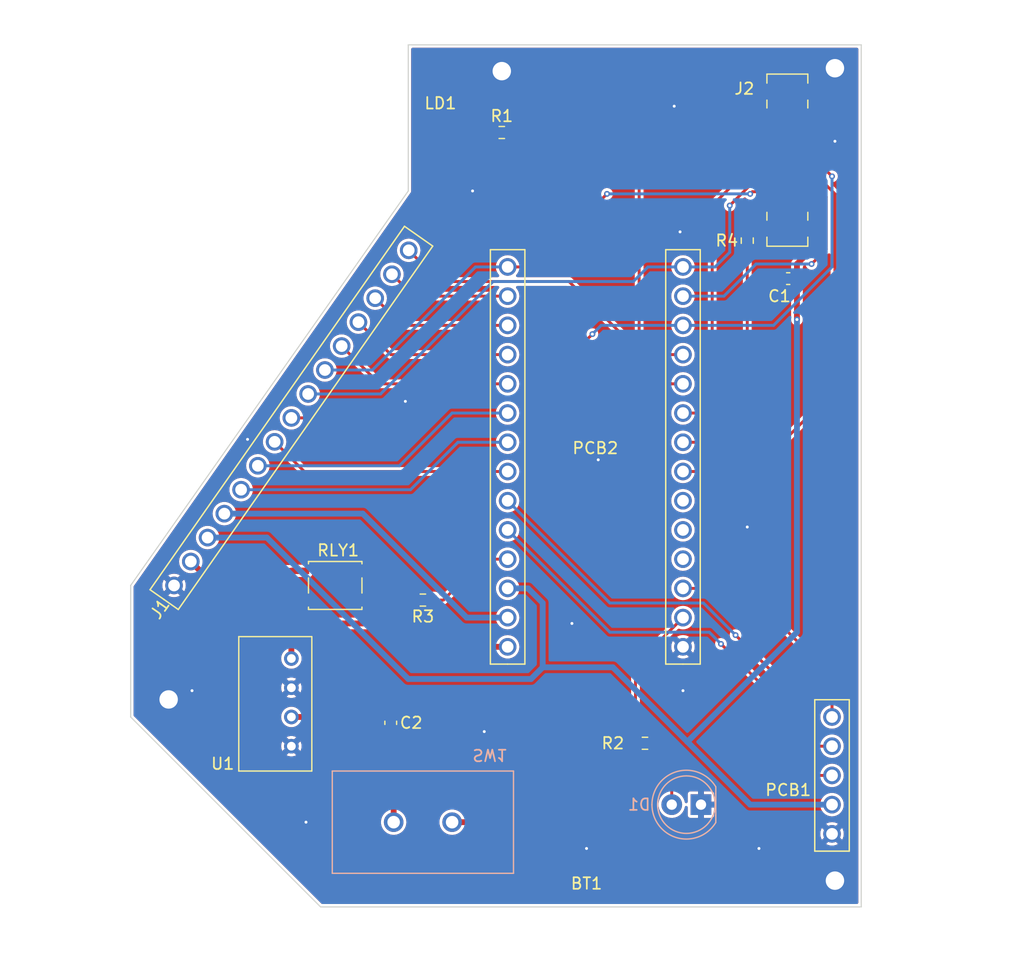
<source format=kicad_pcb>
(kicad_pcb (version 20211014) (generator pcbnew)
  (layers (0 "F.Cu" signal) (31 "B.Cu" signal) (34 "B.Paste" user) (35 "F.Paste" user) (36 "B.SilkS" user "B.Silkscreen") (37 "F.SilkS" user "F.Silkscreen") (38 "B.Mask" user) (39 "F.Mask" user) (44 "Edge.Cuts" user))
  (net 0 "")
  (net 1 "Net-(R3-Pad2)")
  (net 2 "/GND")
  (net 3 "/VDD_5V")
  (net 4 "/5V")
  (net 5 "/3.3_V")
  (net 6 "Net-(J2-Pad2)")
  (net 7 "/SCL")
  (net 8 "/MOSI")
  (net 9 "/MISO")
  (net 10 "/TFT_DATA")
  (net 11 "/TFT_Reset")
  (net 12 "/CS")
  (net 13 "/LD")
  (net 14 "Net-(D1-Pad2)")
  (net 15 "/Status_LED")
  (net 16 "/5V_CTL")
  (net 17 "/Backlight")
  (net 18 "Net-(BT1-Pad1)")
  (net 19 "Net-(C2-Pad2)")
  (net 20 "/Joy_Btn")
  (net 21 "/PWR_DOWN")
  (net 22 "/CLR_DATA")
  (net 23 "/DATA_RDY")
  (net 24 "/CLR_PIX")
  (net 25 "/SHUTTER")
  (net 26 "/SDATA")
  (net 27 "/SCLK")
  (net 28 "/READ")
  (net 29 "/Y_Pos")
  (net 30 "/X_Pos")
  (net 31 "/AGND")
  (net 32 "Net-(LD1-Pad1)")
  (footprint "HRS:C_0603_1608Metric" (layer "F.Cu") (at 124.206 121.158 -90)
    (fp_text reference "C2" (at 0 -1.778 180) (layer "F.SilkS"))
    (fp_text value "2.2uF")
    (fp_line (start -0.14058 0.51) (end 0.14058 0.51) (layer "F.SilkS") (width 0.12))
    (fp_line (start -0.14058 -0.51) (end 0.14058 -0.51) (layer "F.SilkS") (width 0.12))
    (pad "1" smd roundrect (at -0.775 0 270) (size 0.9 0.95) (layers "F.Cu" "F.Paste" "F.Mask") (net 2 "/GND"))
    (pad "2" smd roundrect (at 0.775 0 270) (size 0.9 0.95) (layers "F.Cu" "F.Paste" "F.Mask") (net 19 "Net-(C2-Pad2)"))
  )
  (footprint "HRS:MountingHole_1.6mm" (layer "F.Cu") (at 104.902 119.126)
    (fp_text reference "REF**")
    (fp_text value "MountingHole_1.6mm")
    (pad "" np_thru_hole circle (at 0 0) (size 1.6 1.6) (drill 1.6) (layers F&B.Cu *.Mask))
  )
  (footprint "HRS:TFT_Conn" (layer "F.Cu") (at 157.48 72.39 -90)
    (fp_text reference "J2" (at -6.35 2.54 180) (layer "F.SilkS"))
    (fp_text value "TFT_Conn")
    (fp_line (start -7.617065 -2.978001) (end -7.617065 0.577999) (layer "F.SilkS") (width 0.12))
    (fp_line (start 5.08 -2.978001) (end 4.399174 -2.978001) (layer "F.SilkS") (width 0.12))
    (fp_line (start 7.343535 0.577999) (end 7.343535 -2.978001) (layer "F.SilkS") (width 0.12))
    (fp_line (start -6.8326 -2.978001) (end -7.617065 -2.978001) (layer "F.SilkS") (width 0.12))
    (fp_line (start -4.672705 -2.978001) (end -5.35353 -2.978001) (layer "F.SilkS") (width 0.12))
    (fp_line (start -7.617065 0.577999) (end -6.8326 0.577999) (layer "F.SilkS") (width 0.12))
    (fp_line (start -5.35353 0.577999) (end -4.672705 0.577999) (layer "F.SilkS") (width 0.12))
    (fp_line (start 6.55907 0.577999) (end 7.343535 0.577999) (layer "F.SilkS") (width 0.12))
    (fp_line (start 7.343535 -2.978001) (end 6.55907 -2.978001) (layer "F.SilkS") (width 0.12))
    (fp_line (start 4.399174 0.577999) (end 5.08 0.577999) (layer "F.SilkS") (width 0.12))
    (pad "1" smd rect (at 4.117234 -2.400001 270) (size 0.4064 1.6002) (layers "F.Cu" "F.Paste" "F.Mask") (net 5 "/3.3_V"))
    (pad "2" smd rect (at 3.609234 0 270) (size 0.4064 1.6002) (layers "F.Cu" "F.Paste" "F.Mask") (net 6 "Net-(J2-Pad2)"))
    (pad "3" smd rect (at 3.117234 -2.400001 270) (size 0.4064 1.6002) (layers "F.Cu" "F.Paste" "F.Mask") (net 2 "/GND"))
    (pad "4" smd rect (at 2.609234 0 270) (size 0.4064 1.6002) (layers "F.Cu" "F.Paste" "F.Mask") (net 7 "/SCL"))
    (pad "5" smd rect (at 2.117236 -2.400001 270) (size 0.4064 1.6002) (layers "F.Cu" "F.Paste" "F.Mask") (net 8 "/MOSI"))
    (pad "6" smd rect (at 1.609236 0 270) (size 0.4064 1.6002) (layers "F.Cu" "F.Paste" "F.Mask") (net 9 "/MISO"))
    (pad "7" smd rect (at 1.117235 -2.400001 270) (size 0.4064 1.6002) (layers "F.Cu" "F.Paste" "F.Mask") (net 10 "/TFT_DATA"))
    (pad "8" smd rect (at 0.609235 0 270) (size 0.4064 1.6002) (layers "F.Cu" "F.Paste" "F.Mask") (net 11 "/TFT_Reset"))
    (pad "9" smd rect (at 0.117235 -2.400001 270) (size 0.4064 1.6002) (layers "F.Cu" "F.Paste" "F.Mask") (net 12 "/CS"))
    (pad "10" smd rect (at -0.390765 0 270) (size 0.4064 1.6002) (layers "F.Cu" "F.Paste" "F.Mask"))
    (pad "11" smd rect (at -0.882766 -2.400001 270) (size 0.4064 1.6002) (layers "F.Cu" "F.Paste" "F.Mask"))
    (pad "12" smd rect (at -1.390766 0 270) (size 0.4064 1.6002) (layers "F.Cu" "F.Paste" "F.Mask"))
    (pad "13" smd rect (at -1.882766 -2.400001 270) (size 0.4064 1.6002) (layers "F.Cu" "F.Paste" "F.Mask"))
    (pad "14" smd rect (at -2.390766 0 270) (size 0.4064 1.6002) (layers "F.Cu" "F.Paste" "F.Mask"))
    (pad "15" smd rect (at -2.882764 -2.400001 270) (size 0.4064 1.6002) (layers "F.Cu" "F.Paste" "F.Mask"))
    (pad "16" smd rect (at -3.390764 0 270) (size 0.4064 1.6002) (layers "F.Cu" "F.Paste" "F.Mask"))
    (pad "17" smd rect (at -3.882765 -2.400001 270) (size 0.4064 1.6002) (layers "F.Cu" "F.Paste" "F.Mask"))
    (pad "18" smd rect (at -4.390765 0 270) (size 0.4064 1.6002) (layers "F.Cu" "F.Paste" "F.Mask"))
    (pad "19" smd rect (at -6.093065 -1.200001 270) (size 1.397 2.8956) (layers "F.Cu" "F.Paste" "F.Mask"))
    (pad "20" smd rect (at 5.819535 -1.200001 270) (size 1.397 2.8956) (layers "F.Cu" "F.Paste" "F.Mask"))
  )
  (footprint "HRS:BAT&LD" (layer "F.Cu") (at 128.27 67.31 90)
    (fp_text reference "LD1" (at 0 0.254 unlocked) (layer "F.SilkS"))
    (fp_text value "1054_LD")
    (pad "1" smd roundrect (at -2.54 0 180) (size 2.55 1.7) (layers "F.Cu" "F.Paste" "F.Mask") (net 32 "Net-(LD1-Pad1)"))
    (pad "2" smd roundrect (at 2.54 0 180) (size 2.55 1.7) (layers "F.Cu" "F.Paste" "F.Mask") (net 2 "/GND"))
  )
  (footprint "HRS:LED_D5.0mm" (layer "F.Cu") (at 149.86 128.27)
    (fp_text reference "D1" (at -4.064 0) (layer "B.SilkS") (effects (justify mirror)))
    (fp_text value "LED")
    (fp_line (start 2.6 -1.545) (end 2.6 1.545) (layer "B.SilkS") (width 0.12))
    (fp_arc (start -2.95 0.000462) (mid -0.762002 -2.880433) (end 2.6 -1.54483) (layer "B.SilkS") (width 0.12))
    (fp_arc (start 2.6 1.54483) (mid -0.762002 2.880433) (end -2.95 -0.000462) (layer "B.SilkS") (width 0.12))
    (fp_circle (center 0.04 0) (end -2.46 0) (layer "B.SilkS") (width 0.12) (fill none))
    (pad "1" thru_hole rect (at 1.31 0) (size 1.8 1.8) (drill 0.9) (layers *.Cu *.Mask) (net 2 "/GND"))
    (pad "2" thru_hole circle (at -1.23 0) (size 1.8 1.8) (drill 0.9) (layers *.Cu *.Mask) (net 14 "Net-(D1-Pad2)"))
  )
  (footprint "HRS:TLP174" (layer "F.Cu") (at 119.38 109.22 180)
    (fp_text reference "RLY1" (at -0.254 3.048) (layer "F.SilkS"))
    (fp_text value "TLP174")
    (fp_line (start 2.3241 0.65786) (end 2.3241 -0.65786) (layer "F.SilkS") (width 0.12))
    (fp_line (start -2.3241 -2.0828) (end -2.3241 -1.88214) (layer "F.SilkS") (width 0.12))
    (fp_line (start -2.3241 1.88214) (end -2.3241 2.0828) (layer "F.SilkS") (width 0.12))
    (fp_line (start -2.3241 2.0828) (end 2.3241 2.0828) (layer "F.SilkS") (width 0.12))
    (fp_line (start -2.3241 -0.65786) (end -2.3241 0.65786) (layer "F.SilkS") (width 0.12))
    (fp_line (start 2.3241 -2.0828) (end -2.3241 -2.0828) (layer "F.SilkS") (width 0.12))
    (fp_line (start 2.3241 2.0828) (end 2.3241 1.88214) (layer "F.SilkS") (width 0.12))
    (fp_line (start 2.3241 -1.88214) (end 2.3241 -2.0828) (layer "F.SilkS") (width 0.12))
    (pad "1" smd rect (at -3.0607 -1.27 180) (size 1.6002 0.5588) (layers "F.Cu" "F.Paste" "F.Mask") (net 1 "Net-(R3-Pad2)"))
    (pad "2" smd rect (at -3.0607 1.27 180) (size 1.6002 0.5588) (layers "F.Cu" "F.Paste" "F.Mask") (net 2 "/GND"))
    (pad "3" smd rect (at 3.0607 1.27 180) (size 1.6002 0.5588) (layers "F.Cu" "F.Paste" "F.Mask") (net 3 "/VDD_5V"))
    (pad "4" smd rect (at 3.0607 -1.27 180) (size 1.6002 0.5588) (layers "F.Cu" "F.Paste" "F.Mask") (net 4 "/5V"))
  )
  (footprint "HRS:R_0603_1608Metric" (layer "F.Cu") (at 146.304 122.936 180)
    (fp_text reference "R2" (at 2.794 0) (layer "F.SilkS"))
    (fp_text value "470")
    (fp_line (start -0.237258 -0.5225) (end 0.237258 -0.5225) (layer "F.SilkS") (width 0.12))
    (fp_line (start -0.237258 0.5225) (end 0.237258 0.5225) (layer "F.SilkS") (width 0.12))
    (pad "1" smd roundrect (at -0.825 0 180) (size 0.8 0.95) (layers "F.Cu" "F.Paste" "F.Mask") (net 14 "Net-(D1-Pad2)"))
    (pad "2" smd roundrect (at 0.825 0 180) (size 0.8 0.95) (layers "F.Cu" "F.Paste" "F.Mask") (net 15 "/Status_LED"))
  )
  (footprint "HRS:MountingHole_1.6mm" (layer "F.Cu") (at 133.858 64.516)
    (fp_text reference "REF**")
    (fp_text value "MountingHole_1.6mm")
    (pad "" np_thru_hole circle (at 0 0) (size 1.6 1.6) (drill 1.6) (layers F&B.Cu *.Mask))
  )
  (footprint "HRS:R_0603_1608Metric" (layer "F.Cu") (at 133.858 69.85)
    (fp_text reference "R1" (at 0 -1.43) (layer "F.SilkS"))
    (fp_text value "470")
    (fp_line (start -0.237258 0.5225) (end 0.237258 0.5225) (layer "F.SilkS") (width 0.12))
    (fp_line (start -0.237258 -0.5225) (end 0.237258 -0.5225) (layer "F.SilkS") (width 0.12))
    (pad "1" smd roundrect (at -0.825 0) (size 0.8 0.95) (layers "F.Cu" "F.Paste" "F.Mask") (net 32 "Net-(LD1-Pad1)"))
    (pad "2" smd roundrect (at 0.825 0) (size 0.8 0.95) (layers "F.Cu" "F.Paste" "F.Mask") (net 13 "/LD"))
  )
  (footprint "HRS:R_0603_1608Metric" (layer "F.Cu") (at 127 110.49 180)
    (fp_text reference "R3" (at 0 -1.43) (layer "F.SilkS"))
    (fp_text value "470")
    (fp_line (start -0.237258 0.5225) (end 0.237258 0.5225) (layer "F.SilkS") (width 0.12))
    (fp_line (start -0.237258 -0.5225) (end 0.237258 -0.5225) (layer "F.SilkS") (width 0.12))
    (pad "1" smd roundrect (at -0.825 0 180) (size 0.8 0.95) (layers "F.Cu" "F.Paste" "F.Mask") (net 16 "/5V_CTL"))
    (pad "2" smd roundrect (at 0.825 0 180) (size 0.8 0.95) (layers "F.Cu" "F.Paste" "F.Mask") (net 1 "Net-(R3-Pad2)"))
  )
  (footprint "HRS:Teensy Headers" (layer "F.Cu") (at 149.606 114.554 90)
    (fp_text reference "PCB2" (at 17.272 -7.62 180) (layer "F.SilkS") (effects (font (size 1.002992 1.002992))))
    (fp_text value "Teensy_4.0")
    (fp_line (start -1.5 -15.24) (end -1.5 -15.25) (layer "F.SilkS") (width 0.127))
    (fp_line (start 34.52 1.5) (end -1.5 1.5) (layer "F.SilkS") (width 0.127))
    (fp_line (start -1.5 -13.74) (end -1.5 -16.74) (layer "F.SilkS") (width 0.127))
    (fp_line (start 34.52 -16.74) (end 34.52 -13.74) (layer "F.SilkS") (width 0.127))
    (fp_line (start -1.5 1.5) (end -1.5 -1.5) (layer "F.SilkS") (width 0.127))
    (fp_line (start 34.52 -1.5) (end 34.52 1.5) (layer "F.SilkS") (width 0.127))
    (fp_line (start 34.52 -13.74) (end -1.5 -13.74) (layer "F.SilkS") (width 0.127))
    (fp_line (start -1.5 -16.74) (end 34.52 -16.74) (layer "F.SilkS") (width 0.127))
    (fp_line (start -1.5 0) (end -1.5 -0.01) (layer "F.SilkS") (width 0.127))
    (fp_line (start -1.5 -1.5) (end 34.52 -1.5) (layer "F.SilkS") (width 0.127))
    (pad "0" thru_hole circle (at 2.54 0 90) (size 1.53 1.53) (drill 1.02) (layers *.Cu *.Mask) (net 15 "/Status_LED"))
    (pad "1" thru_hole circle (at 5.08 0 90) (size 1.53 1.53) (drill 1.02) (layers *.Cu *.Mask) (net 20 "/Joy_Btn"))
    (pad "2" thru_hole circle (at 7.62 0 90) (size 1.53 1.53) (drill 1.02) (layers *.Cu *.Mask))
    (pad "3" thru_hole circle (at 10.16 0 90) (size 1.53 1.53) (drill 1.02) (layers *.Cu *.Mask))
    (pad "3V" thru_hole circle (at 5.08 -15.24 90) (size 1.53 1.53) (drill 1.02) (layers *.Cu *.Mask) (net 5 "/3.3_V"))
    (pad "4" thru_hole circle (at 12.7 0 90) (size 1.53 1.53) (drill 1.02) (layers *.Cu *.Mask))
    (pad "5" thru_hole circle (at 15.24 0 90) (size 1.53 1.53) (drill 1.02) (layers *.Cu *.Mask) (net 10 "/TFT_DATA"))
    (pad "5V" thru_hole circle (at 0 -15.24 90) (size 1.53 1.53) (drill 1.02) (layers *.Cu *.Mask) (net 4 "/5V"))
    (pad "6" thru_hole circle (at 17.78 0 90) (size 1.53 1.53) (drill 1.02) (layers *.Cu *.Mask) (net 17 "/Backlight"))
    (pad "7" thru_hole circle (at 20.32 0 90) (size 1.53 1.53) (drill 1.02) (layers *.Cu *.Mask) (net 11 "/TFT_Reset"))
    (pad "8" thru_hole circle (at 22.86 0 90) (size 1.53 1.53) (drill 1.02) (layers *.Cu *.Mask) (net 21 "/PWR_DOWN"))
    (pad "9" thru_hole circle (at 25.4 0 90) (size 1.53 1.53) (drill 1.02) (layers *.Cu *.Mask) (net 13 "/LD"))
    (pad "10" thru_hole circle (at 27.94 0 90) (size 1.53 1.53) (drill 1.02) (layers *.Cu *.Mask) (net 12 "/CS"))
    (pad "11" thru_hole circle (at 30.48 0 90) (size 1.53 1.53) (drill 1.02) (layers *.Cu *.Mask) (net 8 "/MOSI"))
    (pad "12" thru_hole circle (at 33.02 0 90) (size 1.53 1.53) (drill 1.02) (layers *.Cu *.Mask) (net 9 "/MISO"))
    (pad "13" thru_hole circle (at 33.02 -15.24 90) (size 1.53 1.53) (drill 1.02) (layers *.Cu *.Mask) (net 7 "/SCL"))
    (pad "14" thru_hole circle (at 30.48 -15.24 90) (size 1.53 1.53) (drill 1.02) (layers *.Cu *.Mask) (net 22 "/CLR_DATA"))
    (pad "15" thru_hole circle (at 27.94 -15.24 90) (size 1.53 1.53) (drill 1.02) (layers *.Cu *.Mask) (net 23 "/DATA_RDY"))
    (pad "16" thru_hole circle (at 25.4 -15.24 90) (size 1.53 1.53) (drill 1.02) (layers *.Cu *.Mask) (net 24 "/CLR_PIX"))
    (pad "17" thru_hole circle (at 22.86 -15.24 90) (size 1.53 1.53) (drill 1.02) (layers *.Cu *.Mask) (net 25 "/SHUTTER"))
    (pad "18" thru_hole circle (at 20.32 -15.24 90) (size 1.53 1.53) (drill 1.02) (layers *.Cu *.Mask) (net 26 "/SDATA"))
    (pad "19" thru_hole circle (at 17.78 -15.24 90) (size 1.53 1.53) (drill 1.02) (layers *.Cu *.Mask) (net 27 "/SCLK"))
    (pad "20" thru_hole circle (at 15.24 -15.24 90) (size 1.53 1.53) (drill 1.02) (layers *.Cu *.Mask) (net 28 "/READ"))
    (pad "21" thru_hole circle (at 12.7 -15.24 90) (size 1.53 1.53) (drill 1.02) (layers *.Cu *.Mask) (net 29 "/Y_Pos"))
    (pad "22" thru_hole circle (at 10.16 -15.24 90) (size 1.53 1.53) (drill 1.02) (layers *.Cu *.Mask) (net 30 "/X_Pos"))
    (pad "23" thru_hole circle (at 7.62 -15.24 90) (size 1.53 1.53) (drill 1.02) (layers *.Cu *.Mask) (net 16 "/5V_CTL"))
    (pad "AG" thru_hole circle (at 2.54 -15.24 90) (size 1.53 1.53) (drill 1.02) (layers *.Cu *.Mask) (net 31 "/AGND"))
    (pad "G" thru_hole circle (at 0 0 90) (size 1.53 1.53) (drill 1.02) (layers *.Cu *.Mask) (net 2 "/GND"))
  )
  (footprint "HRS:Ky-023" (layer "F.Cu") (at 162.56 120.65 -90)
    (fp_text reference "PCB1" (at 6.35 3.81 180) (layer "F.SilkS") (effects (font (size 1.002992 1.002992))))
    (fp_text value "KY-023")
    (fp_line (start -1.5 1.5) (end -1.5 0) (layer "F.SilkS") (width 0.127))
    (fp_line (start -1.5 -1.5) (end 11.66 -1.5) (layer "F.SilkS") (width 0.127))
    (fp_line (start 11.66 -1.5) (end 11.66 1.5) (layer "F.SilkS") (width 0.127))
    (fp_line (start -1.5 -0.01) (end -1.5 -1.5) (layer "F.SilkS") (width 0.127))
    (fp_line (start 11.66 1.5) (end -1.5 1.5) (layer "F.SilkS") (width 0.127))
    (fp_line (start -1.5 0) (end -1.5 -0.01) (layer "F.SilkS") (width 0.127))
    (pad "1" thru_hole circle (at 0 0 270) (size 1.53 1.53) (drill 1.02) (layers *.Cu *.Mask) (net 20 "/Joy_Btn"))
    (pad "2" thru_hole circle (at 2.54 0 270) (size 1.53 1.53) (drill 1.02) (layers *.Cu *.Mask) (net 29 "/Y_Pos"))
    (pad "3" thru_hole circle (at 5.08 0 270) (size 1.53 1.53) (drill 1.02) (layers *.Cu *.Mask) (net 30 "/X_Pos"))
    (pad "4" thru_hole circle (at 7.62 0 270) (size 1.53 1.53) (drill 1.02) (layers *.Cu *.Mask) (net 5 "/3.3_V"))
    (pad "5" thru_hole circle (at 10.16 0 270) (size 1.53 1.53) (drill 1.02) (layers *.Cu *.Mask) (net 2 "/GND"))
  )
  (footprint "HRS:MountingHole_1.6mm" (layer "F.Cu") (at 162.814 134.874)
    (fp_text reference "REF**")
    (fp_text value "MountingHole_1.6mm")
    (pad "" np_thru_hole circle (at 0 0) (size 1.6 1.6) (drill 1.6) (layers F&B.Cu *.Mask))
  )
  (footprint "HRS:TME 1205S" (layer "F.Cu") (at 114.681 118.872 90)
    (fp_text reference "U1" (at -5.842 -5.08 180) (layer "F.SilkS"))
    (fp_text value "TME_1205S")
    (fp_line (start 5.207 2.667) (end 5.207 -3.683) (layer "F.SilkS") (width 0.12))
    (fp_line (start -6.477 2.667) (end 5.207 2.667) (layer "F.SilkS") (width 0.12))
    (fp_line (start -6.477 -3.683) (end -6.477 2.667) (layer "F.SilkS") (width 0.12))
    (fp_line (start 5.207 -3.683) (end -6.477 -3.683) (layer "F.SilkS") (width 0.12))
    (pad "1" thru_hole circle (at -4.318 0.889 90) (size 1.27 1.27) (drill 0.762) (layers *.Cu *.Mask) (net 2 "/GND"))
    (pad "2" thru_hole circle (at -1.778 0.889 90) (size 1.27 1.27) (drill 0.762) (layers *.Cu *.Mask) (net 19 "Net-(C2-Pad2)"))
    (pad "3" thru_hole circle (at 0.762 0.889 90) (size 1.27 1.27) (drill 0.762) (layers *.Cu *.Mask) (net 2 "/GND"))
    (pad "4" thru_hole circle (at 3.302 0.889 90) (size 1.27 1.27) (drill 0.762) (layers *.Cu *.Mask) (net 4 "/5V"))
  )
  (footprint "HRS:ET02" (layer "F.Cu") (at 127 129.794 180)
    (fp_text reference "SW1" (at -5.842 5.842 180 unlocked) (layer "B.SilkS") (effects (justify mirror)))
    (fp_text value "ET02_Power_Switch")
    (fp_line (start -7.875 -4.445) (end -7.875 4.445) (layer "B.SilkS") (width 0.12))
    (fp_line (start -7.875 4.445) (end 7.875 4.445) (layer "B.SilkS") (width 0.12))
    (fp_line (start -7.875 -4.445) (end 7.875 -4.445) (layer "B.SilkS") (width 0.12))
    (fp_line (start 7.875 -4.445) (end 7.875 4.445) (layer "B.SilkS") (width 0.12))
    (pad "1" thru_hole circle (at -2.54 0 180) (size 1.7 1.7) (drill 1.09) (layers *.Cu *.Mask) (net 18 "Net-(BT1-Pad1)"))
    (pad "2" thru_hole circle (at 2.54 0 180) (size 1.7 1.7) (drill 1.09) (layers *.Cu *.Mask) (net 19 "Net-(C2-Pad2)"))
  )
  (footprint "HRS:C_0603_1608Metric" (layer "F.Cu") (at 158.75 82.55)
    (fp_text reference "C1" (at -0.762 1.524 180) (layer "F.SilkS"))
    (fp_text value "1.0uF")
    (fp_line (start -0.14058 -0.51) (end 0.14058 -0.51) (layer "F.SilkS") (width 0.12))
    (fp_line (start -0.14058 0.51) (end 0.14058 0.51) (layer "F.SilkS") (width 0.12))
    (pad "1" smd roundrect (at -0.775 0) (size 0.9 0.95) (layers "F.Cu" "F.Paste" "F.Mask") (net 2 "/GND"))
    (pad "2" smd roundrect (at 0.775 0) (size 0.9 0.95) (layers "F.Cu" "F.Paste" "F.Mask") (net 5 "/3.3_V"))
  )
  (footprint "HRS:Breakout-Connector-Female" (layer "F.Cu") (at 105.371811 109.22 55)
    (fp_text reference "J1" (at -2.371055 0.156467 55) (layer "F.SilkS") (effects (font (size 1.002992 1.002992))))
    (fp_text value "Breakout_Conn")
    (fp_line (start -1.5 1.5) (end -1.5 0) (layer "F.SilkS") (width 0.127))
    (fp_line (start -1.5 -0.01) (end -1.5 -1.5) (layer "F.SilkS") (width 0.127))
    (fp_line (start -1.5 0) (end -1.5 -0.01) (layer "F.SilkS") (width 0.127))
    (fp_line (start 37.06 1.5) (end -1.5 1.5) (layer "F.SilkS") (width 0.127))
    (fp_line (start 37.06 -1.5) (end 37.06 1.5) (layer "F.SilkS") (width 0.127))
    (fp_line (start 33.5 -1.5) (end 37.06 -1.5) (layer "F.SilkS") (width 0.127))
    (fp_line (start -1.5 -1.5) (end 33.49 -1.5) (layer "F.SilkS") (width 0.127))
    (pad "1" thru_hole circle (at 0 0 55) (size 1.53 1.53) (drill 1.02) (layers *.Cu *.Mask) (net 2 "/GND"))
    (pad "2" thru_hole circle (at 2.54 0 55) (size 1.53 1.53) (drill 1.02) (layers *.Cu *.Mask) (net 3 "/VDD_5V"))
    (pad "3" thru_hole circle (at 5.08 0 55) (size 1.53 1.53) (drill 1.02) (layers *.Cu *.Mask) (net 5 "/3.3_V"))
    (pad "4" thru_hole circle (at 7.62 0 55) (size 1.53 1.53) (drill 1.02) (layers *.Cu *.Mask) (net 31 "/AGND"))
    (pad "5" thru_hole circle (at 10.16 0 55) (size 1.53 1.53) (drill 1.02) (layers *.Cu *.Mask) (net 27 "/SCLK"))
    (pad "6" thru_hole circle (at 12.7 0 55) (size 1.53 1.53) (drill 1.02) (layers *.Cu *.Mask) (net 26 "/SDATA"))
    (pad "7" thru_hole circle (at 15.24 0 55) (size 1.53 1.53) (drill 1.02) (layers *.Cu *.Mask) (net 28 "/READ"))
    (pad "8" thru_hole circle (at 17.78 0 55) (size 1.53 1.53) (drill 1.02) (layers *.Cu *.Mask) (net 12 "/CS"))
    (pad "9" thru_hole circle (at 20.32 0 55) (size 1.53 1.53) (drill 1.02) (layers *.Cu *.Mask) (net 9 "/MISO"))
    (pad "10" thru_hole circle (at 22.86 0 55) (size 1.53 1.53) (drill 1.02) (layers *.Cu *.Mask) (net 7 "/SCL"))
    (pad "11" thru_hole circle (at 25.4 0 55) (size 1.53 1.53) (drill 1.02) (layers *.Cu *.Mask) (net 25 "/SHUTTER"))
    (pad "12" thru_hole circle (at 27.94 0 55) (size 1.53 1.53) (drill 1.02) (layers *.Cu *.Mask) (net 24 "/CLR_PIX"))
    (pad "13" thru_hole circle (at 30.48 0 55) (size 1.53 1.53) (drill 1.02) (layers *.Cu *.Mask) (net 23 "/DATA_RDY"))
    (pad "14" thru_hole circle (at 33.02 0 55) (size 1.53 1.53) (drill 1.02) (layers *.Cu *.Mask) (net 22 "/CLR_DATA"))
    (pad "15" thru_hole circle (at 35.56 0 55) (size 1.53 1.53) (drill 1.02) (layers *.Cu *.Mask) (net 21 "/PWR_DOWN"))
  )
  (footprint "HRS:R_0603_1608Metric" (layer "F.Cu") (at 155.194 79.248 -90)
    (fp_text reference "R4" (at 0 1.778 -180) (layer "F.SilkS"))
    (fp_text value "470")
    (fp_line (start -0.237258 0.5225) (end 0.237258 0.5225) (layer "F.SilkS") (width 0.12))
    (fp_line (start -0.237258 -0.5225) (end 0.237258 -0.5225) (layer "F.SilkS") (width 0.12))
    (pad "1" smd roundrect (at -0.825 0 270) (size 0.8 0.95) (layers "F.Cu" "F.Paste" "F.Mask") (net 6 "Net-(J2-Pad2)"))
    (pad "2" smd roundrect (at 0.825 0 270) (size 0.8 0.95) (layers "F.Cu" "F.Paste" "F.Mask") (net 17 "/Backlight"))
  )
  (footprint "HRS:BAT&LD" (layer "F.Cu") (at 141.224 135.128)
    (fp_text reference "BT1" (at 0 0 unlocked) (layer "F.SilkS"))
    (fp_text value "12V")
    (pad "1" smd roundrect (at -2.54 0 90) (size 2.55 1.7) (layers "F.Cu" "F.Paste" "F.Mask") (net 18 "Net-(BT1-Pad1)"))
    (pad "2" smd roundrect (at 2.54 0 90) (size 2.55 1.7) (layers "F.Cu" "F.Paste" "F.Mask") (net 2 "/GND"))
  )
  (footprint "HRS:MountingHole_1.6mm" (layer "F.Cu") (at 162.814 64.262)
    (fp_text reference "REF**")
    (fp_text value "MountingHole_1.6mm")
    (pad "" np_thru_hole circle (at 0 0) (size 1.6 1.6) (drill 1.6) (layers F&B.Cu *.Mask))
  )
  (gr_line (start 101.6 109.22) (end 125.73 74.93) (layer "Edge.Cuts") (width 0.1))
  (gr_line (start 165.1 137.16) (end 118.11 137.16) (layer "Edge.Cuts") (width 0.1))
  (gr_line (start 101.6 120.65) (end 101.6 109.22) (layer "Edge.Cuts") (width 0.1))
  (gr_line (start 125.73 74.93) (end 125.73 62.23) (layer "Edge.Cuts") (width 0.1))
  (gr_line (start 118.11 137.16) (end 101.6 120.65) (layer "Edge.Cuts") (width 0.1))
  (gr_line (start 125.73 62.23) (end 165.1 62.23) (layer "Edge.Cuts") (width 0.1))
  (gr_line (start 165.1 137.16) (end 165.1 62.23) (layer "Edge.Cuts") (width 0.1))
  (segment (start 122.4407 110.49) (end 126.175 110.49) (width 0.254) (layer "F.Cu") (net 1))
  (via (at 149.606 118.364) (size 0.508) (drill 0.254) (layers "F.Cu" "B.Cu") (net 2))
  (via (at 139.954 112.522) (size 0.508) (drill 0.254) (layers "F.Cu" "B.Cu") (net 2))
  (via (at 149.352 78.486) (size 0.508) (drill 0.254) (layers "F.Cu" "B.Cu") (net 2))
  (via (at 162.814 70.612) (size 0.508) (drill 0.254) (layers "F.Cu" "B.Cu") (net 2))
  (via (at 131.318 74.93) (size 0.508) (drill 0.254) (layers "F.Cu" "B.Cu") (net 2))
  (via (at 106.934 118.364) (size 0.508) (drill 0.254) (layers "F.Cu" "B.Cu") (net 2))
  (via (at 125.476 93.218) (size 0.508) (drill 0.254) (layers "F.Cu" "B.Cu") (net 2))
  (via (at 132.334 121.92) (size 0.508) (drill 0.254) (layers "F.Cu" "B.Cu") (net 2))
  (via (at 116.84 129.794) (size 0.508) (drill 0.254) (layers "F.Cu" "B.Cu") (net 2))
  (via (at 141.224 132.08) (size 0.508) (drill 0.254) (layers "F.Cu" "B.Cu") (net 2))
  (via (at 111.76 96.52) (size 0.508) (drill 0.254) (layers "F.Cu" "B.Cu") (net 2))
  (via (at 155.194 104.14) (size 0.508) (drill 0.254) (layers "F.Cu" "B.Cu") (net 2))
  (via (at 142.24 98.298) (size 0.508) (drill 0.254) (layers "F.Cu" "B.Cu") (net 2))
  (via (at 156.21 132.08) (size 0.508) (drill 0.254) (layers "F.Cu" "B.Cu") (net 2))
  (via (at 148.844 67.564) (size 0.508) (drill 0.254) (layers "F.Cu" "B.Cu") (net 2))
  (segment (start 107.639341 107.95) (end 106.828695 107.139354) (width 0.508) (layer "F.Cu") (net 3))
  (segment (start 116.3193 107.95) (end 107.639341 107.95) (width 0.508) (layer "F.Cu") (net 3))
  (segment (start 126.238 114.554) (end 134.366 114.554) (width 0.508) (layer "F.Cu") (net 4))
  (segment (start 116.332 112.522) (end 124.206 112.522) (width 0.508) (layer "F.Cu") (net 4))
  (segment (start 116.3193 112.5093) (end 116.3193 110.49) (width 0.508) (layer "F.Cu") (net 4))
  (segment (start 116.332 112.522) (end 116.3193 112.5093) (width 0.254) (layer "F.Cu") (net 4))
  (segment (start 115.57 115.57) (end 115.57 113.284) (width 0.508) (layer "F.Cu") (net 4))
  (segment (start 124.206 112.522) (end 126.238 114.554) (width 0.508) (layer "F.Cu") (net 4))
  (segment (start 115.57 113.284) (end 116.332 112.522) (width 0.508) (layer "F.Cu") (net 4))
  (segment (start 159.512 82.563) (end 159.525 82.55) (width 0.254) (layer "F.Cu") (net 5))
  (segment (start 159.512 81.28) (end 159.512 82.537) (width 0.508) (layer "F.Cu") (net 5))
  (segment (start 161.29 76.962) (end 161.29 79.502) (width 0.508) (layer "F.Cu") (net 5))
  (segment (start 160.835238 76.507238) (end 161.29 76.962) (width 0.254) (layer "F.Cu") (net 5))
  (segment (start 159.879995 76.507238) (end 160.835238 76.507238) (width 0.254) (layer "F.Cu") (net 5))
  (segment (start 159.512 82.537) (end 159.525 82.55) (width 0.254) (layer "F.Cu") (net 5))
  (segment (start 161.29 79.502) (end 159.512 81.28) (width 0.508) (layer "F.Cu") (net 5))
  (segment (start 159.512 86.106) (end 159.512 82.563) (width 0.508) (layer "F.Cu") (net 5))
  (via (at 159.512 86.106) (size 0.508) (drill 0.254) (layers "F.Cu" "B.Cu") (net 5))
  (segment (start 137.414 116.332) (end 137.414 110.744) (width 0.508) (layer "B.Cu") (net 5))
  (segment (start 137.414 116.332) (end 143.51 116.332) (width 0.508) (layer "B.Cu") (net 5))
  (segment (start 149.987 122.809) (end 155.448 128.27) (width 0.508) (layer "B.Cu") (net 5))
  (segment (start 155.448 128.27) (end 162.56 128.27) (width 0.508) (layer "B.Cu") (net 5))
  (segment (start 137.414 110.744) (end 136.144 109.474) (width 0.508) (layer "B.Cu") (net 5))
  (segment (start 108.285579 105.058708) (end 113.440708 105.058708) (width 0.508) (layer "B.Cu") (net 5))
  (segment (start 136.144 109.474) (end 134.366 109.474) (width 0.508) (layer "B.Cu") (net 5))
  (segment (start 159.512 113.284) (end 159.512 86.106) (width 0.508) (layer "B.Cu") (net 5))
  (segment (start 113.440708 105.058708) (end 125.73 117.348) (width 0.508) (layer "B.Cu") (net 5))
  (segment (start 143.51 116.332) (end 149.987 122.809) (width 0.508) (layer "B.Cu") (net 5))
  (segment (start 125.73 117.348) (end 136.398 117.348) (width 0.508) (layer "B.Cu") (net 5))
  (segment (start 149.987 122.809) (end 159.512 113.284) (width 0.508) (layer "B.Cu") (net 5))
  (segment (start 136.398 117.348) (end 137.414 116.332) (width 0.508) (layer "B.Cu") (net 5))
  (segment (start 157.48 75.999234) (end 155.902766 75.999234) (width 0.254) (layer "F.Cu") (net 6))
  (segment (start 155.902766 75.999234) (end 155.194 76.708) (width 0.254) (layer "F.Cu") (net 6))
  (segment (start 155.194 76.708) (end 155.194 78.423) (width 0.254) (layer "F.Cu") (net 6))
  (segment (start 157.48 74.999234) (end 155.632766 74.999234) (width 0.254) (layer "F.Cu") (net 7))
  (segment (start 155.632766 74.999234) (end 155.448 75.184) (width 0.254) (layer "F.Cu") (net 7))
  (segment (start 136.652 81.534) (end 134.366 81.534) (width 0.254) (layer "F.Cu") (net 7))
  (segment (start 143.002 75.184) (end 136.652 81.534) (width 0.254) (layer "F.Cu") (net 7))
  (via (at 155.448 75.184) (size 0.508) (drill 0.254) (layers "F.Cu" "B.Cu") (net 7))
  (via (at 143.002 75.184) (size 0.508) (drill 0.254) (layers "F.Cu" "B.Cu") (net 7))
  (segment (start 155.448 75.184) (end 143.002 75.184) (width 0.254) (layer "B.Cu") (net 7))
  (segment (start 122.611816 90.494184) (end 131.572 81.534) (width 0.254) (layer "B.Cu") (net 7))
  (segment (start 131.572 81.534) (end 134.366 81.534) (width 0.254) (layer "B.Cu") (net 7))
  (segment (start 118.483768 90.494184) (end 122.611816 90.494184) (width 0.254) (layer "B.Cu") (net 7))
  (segment (start 162.052 80.01) (end 160.782 81.28) (width 0.254) (layer "F.Cu") (net 8))
  (segment (start 161.121236 74.507236) (end 162.052 75.438) (width 0.254) (layer "F.Cu") (net 8))
  (segment (start 159.880001 74.507236) (end 161.121236 74.507236) (width 0.254) (layer "F.Cu") (net 8))
  (segment (start 162.052 75.438) (end 162.052 80.01) (width 0.254) (layer "F.Cu") (net 8))
  (via (at 160.782 81.28) (size 0.508) (drill 0.254) (layers "F.Cu" "B.Cu") (net 8))
  (segment (start 160.782 81.28) (end 155.956 81.28) (width 0.254) (layer "B.Cu") (net 8))
  (segment (start 153.162 84.074) (end 149.606 84.074) (width 0.254) (layer "B.Cu") (net 8))
  (segment (start 155.956 81.28) (end 153.162 84.074) (width 0.254) (layer "B.Cu") (net 8))
  (segment (start 155.870764 73.999236) (end 153.67 76.2) (width 0.254) (layer "F.Cu") (net 9))
  (segment (start 157.48 73.999236) (end 155.870764 73.999236) (width 0.254) (layer "F.Cu") (net 9))
  (via (at 153.67 76.2) (size 0.508) (drill 0.254) (layers "F.Cu" "B.Cu") (net 9))
  (segment (start 152.4 81.534) (end 149.606 81.534) (width 0.254) (layer "B.Cu") (net 9))
  (segment (start 133.096 82.804) (end 145.288 82.804) (width 0.254) (layer "B.Cu") (net 9))
  (segment (start 117.026884 92.57483) (end 123.32517 92.57483) (width 0.254) (layer "B.Cu") (net 9))
  (segment (start 123.32517 92.57483) (end 133.096 82.804) (width 0.254) (layer "B.Cu") (net 9))
  (segment (start 145.288 82.804) (end 146.558 81.534) (width 0.254) (layer "B.Cu") (net 9))
  (segment (start 146.558 81.534) (end 149.606 81.534) (width 0.254) (layer "B.Cu") (net 9))
  (segment (start 153.67 80.264) (end 152.4 81.534) (width 0.254) (layer "B.Cu") (net 9))
  (segment (start 153.67 76.2) (end 153.67 80.264) (width 0.254) (layer "B.Cu") (net 9))
  (segment (start 161.137235 73.507235) (end 162.814 75.184) (width 0.254) (layer "F.Cu") (net 10))
  (segment (start 155.702 99.314) (end 149.606 99.314) (width 0.254) (layer "F.Cu") (net 10))
  (segment (start 162.814 75.184) (end 162.814 92.202) (width 0.254) (layer "F.Cu") (net 10))
  (segment (start 159.880001 73.507235) (end 161.137235 73.507235) (width 0.254) (layer "F.Cu") (net 10))
  (segment (start 162.814 92.202) (end 155.702 99.314) (width 0.254) (layer "F.Cu") (net 10))
  (segment (start 157.48 72.999235) (end 155.346765 72.999235) (width 0.254) (layer "F.Cu") (net 11))
  (segment (start 152.146 93.218) (end 151.13 94.234) (width 0.254) (layer "F.Cu") (net 11))
  (segment (start 151.13 94.234) (end 149.606 94.234) (width 0.254) (layer "F.Cu") (net 11))
  (segment (start 155.346765 72.999235) (end 152.146 76.2) (width 0.254) (layer "F.Cu") (net 11))
  (segment (start 152.146 76.2) (end 152.146 93.218) (width 0.254) (layer "F.Cu") (net 11))
  (segment (start 126.832523 94.655477) (end 115.57 94.655477) (width 0.254) (layer "F.Cu") (net 12))
  (segment (start 128.524 92.964) (end 126.832523 94.655477) (width 0.254) (layer "F.Cu") (net 12))
  (segment (start 161.407235 72.507235) (end 162.56 73.66) (width 0.254) (layer "F.Cu") (net 12))
  (segment (start 141.732 87.376) (end 136.144 92.964) (width 0.254) (layer "F.Cu") (net 12))
  (segment (start 136.144 92.964) (end 128.524 92.964) (width 0.254) (layer "F.Cu") (net 12))
  (segment (start 159.880001 72.507235) (end 161.407235 72.507235) (width 0.254) (layer "F.Cu") (net 12))
  (via (at 162.56 73.66) (size 0.508) (drill 0.254) (layers "F.Cu" "B.Cu") (net 12))
  (via (at 141.732 87.376) (size 0.508) (drill 0.254) (layers "F.Cu" "B.Cu") (net 12))
  (segment (start 157.48 86.614) (end 149.606 86.614) (width 0.254) (layer "B.Cu") (net 12))
  (segment (start 149.606 86.614) (end 142.494 86.614) (width 0.254) (layer "B.Cu") (net 12))
  (segment (start 142.494 86.614) (end 141.732 87.376) (width 0.254) (layer "B.Cu") (net 12))
  (segment (start 162.56 81.534) (end 157.48 86.614) (width 0.254) (layer "B.Cu") (net 12))
  (segment (start 162.56 73.66) (end 162.56 81.534) (width 0.254) (layer "B.Cu") (net 12))
  (segment (start 141.986 69.85) (end 145.796 73.66) (width 0.254) (layer "F.Cu") (net 13))
  (segment (start 145.796 87.376) (end 147.574 89.154) (width 0.254) (layer "F.Cu") (net 13))
  (segment (start 134.683 69.85) (end 141.986 69.85) (width 0.254) (layer "F.Cu") (net 13))
  (segment (start 147.574 89.154) (end 149.606 89.154) (width 0.254) (layer "F.Cu") (net 13))
  (segment (start 145.796 73.66) (end 145.796 87.376) (width 0.254) (layer "F.Cu") (net 13))
  (segment (start 147.129 122.936) (end 147.129 125.031) (width 0.254) (layer "F.Cu") (net 14))
  (segment (start 147.129 125.031) (end 148.63 126.532) (width 0.254) (layer "F.Cu") (net 14))
  (segment (start 148.63 126.532) (end 148.63 128.27) (width 0.254) (layer "F.Cu") (net 14))
  (segment (start 145.479 116.141) (end 145.479 122.936) (width 0.254) (layer "F.Cu") (net 15))
  (segment (start 149.606 112.014) (end 145.479 116.141) (width 0.254) (layer "F.Cu") (net 15))
  (segment (start 132.334 106.934) (end 134.366 106.934) (width 0.254) (layer "F.Cu") (net 16))
  (segment (start 128.778 110.49) (end 132.334 106.934) (width 0.254) (layer "F.Cu") (net 16))
  (segment (start 127.825 110.49) (end 128.778 110.49) (width 0.254) (layer "F.Cu") (net 16))
  (segment (start 155.194 93.726) (end 152.146 96.774) (width 0.254) (layer "F.Cu") (net 17))
  (segment (start 152.146 96.774) (end 149.606 96.774) (width 0.254) (layer "F.Cu") (net 17))
  (segment (start 155.194 80.073) (end 155.194 93.726) (width 0.254) (layer "F.Cu") (net 17))
  (segment (start 138.684 135.128) (end 138.684 132.08) (width 0.508) (layer "F.Cu") (net 18))
  (segment (start 138.684 132.08) (end 136.398 129.794) (width 0.508) (layer "F.Cu") (net 18))
  (segment (start 136.398 129.794) (end 129.54 129.794) (width 0.508) (layer "F.Cu") (net 18))
  (segment (start 124.46 122.187) (end 124.206 121.933) (width 0.508) (layer "F.Cu") (net 19))
  (segment (start 124.46 129.794) (end 124.46 122.187) (width 0.508) (layer "F.Cu") (net 19))
  (segment (start 121.679 121.933) (end 120.396 120.65) (width 0.508) (layer "F.Cu") (net 19))
  (segment (start 120.396 120.65) (end 115.57 120.65) (width 0.508) (layer "F.Cu") (net 19))
  (segment (start 124.206 121.933) (end 121.679 121.933) (width 0.508) (layer "F.Cu") (net 19))
  (segment (start 149.606 109.474) (end 154.94 109.474) (width 0.254) (layer "F.Cu") (net 20))
  (segment (start 154.94 109.474) (end 162.56 117.094) (width 0.254) (layer "F.Cu") (net 20))
  (segment (start 162.56 117.094) (end 162.56 120.65) (width 0.254) (layer "F.Cu") (net 20))
  (segment (start 128.481236 82.804) (end 125.768189 80.090953) (width 0.254) (layer "F.Cu") (net 21))
  (segment (start 149.606 91.694) (end 148.59 91.694) (width 0.254) (layer "F.Cu") (net 21))
  (segment (start 139.7 82.804) (end 128.481236 82.804) (width 0.254) (layer "F.Cu") (net 21))
  (segment (start 148.59 91.694) (end 139.7 82.804) (width 0.254) (layer "F.Cu") (net 21))
  (segment (start 124.311305 82.171599) (end 126.213706 84.074) (width 0.254) (layer "F.Cu") (net 22))
  (segment (start 126.213706 84.074) (end 134.366 84.074) (width 0.254) (layer "F.Cu") (net 22))
  (segment (start 122.854421 84.252246) (end 125.216175 86.614) (width 0.254) (layer "F.Cu") (net 23))
  (segment (start 125.216175 86.614) (end 134.366 86.614) (width 0.254) (layer "F.Cu") (net 23))
  (segment (start 121.397537 86.332892) (end 124.218645 89.154) (width 0.254) (layer "F.Cu") (net 24))
  (segment (start 124.218645 89.154) (end 134.366 89.154) (width 0.254) (layer "F.Cu") (net 24))
  (segment (start 123.221114 91.694) (end 134.366 91.694) (width 0.254) (layer "F.Cu") (net 25))
  (segment (start 119.940652 88.413538) (end 123.221114 91.694) (width 0.254) (layer "F.Cu") (net 25))
  (segment (start 124.957231 98.816769) (end 129.54 94.234) (width 0.254) (layer "B.Cu") (net 26))
  (segment (start 112.656232 98.816769) (end 124.957231 98.816769) (width 0.254) (layer "B.Cu") (net 26))
  (segment (start 129.54 94.234) (end 134.366 94.234) (width 0.254) (layer "B.Cu") (net 26))
  (segment (start 130.048 96.774) (end 134.366 96.774) (width 0.254) (layer "B.Cu") (net 27))
  (segment (start 125.924585 100.897415) (end 130.048 96.774) (width 0.254) (layer "B.Cu") (net 27))
  (segment (start 111.199348 100.897415) (end 125.924585 100.897415) (width 0.254) (layer "B.Cu") (net 27))
  (segment (start 114.113116 96.736123) (end 116.690993 99.314) (width 0.254) (layer "F.Cu") (net 28))
  (segment (start 116.690993 99.314) (end 134.366 99.314) (width 0.254) (layer "F.Cu") (net 28))
  (segment (start 158.496 121.158) (end 160.528 123.19) (width 0.254) (layer "F.Cu") (net 29))
  (segment (start 154.178 113.538) (end 158.496 117.856) (width 0.254) (layer "F.Cu") (net 29))
  (segment (start 158.496 117.856) (end 158.496 121.158) (width 0.254) (layer "F.Cu") (net 29))
  (segment (start 160.528 123.19) (end 162.56 123.19) (width 0.254) (layer "F.Cu") (net 29))
  (via (at 154.178 113.538) (size 0.508) (drill 0.254) (layers "F.Cu" "B.Cu") (net 29))
  (segment (start 134.366 101.854) (end 143.256 110.744) (width 0.254) (layer "B.Cu") (net 29))
  (segment (start 143.256 110.744) (end 151.384 110.744) (width 0.254) (layer "B.Cu") (net 29))
  (segment (start 151.384 110.744) (end 154.178 113.538) (width 0.254) (layer "B.Cu") (net 29))
  (segment (start 160.528 125.73) (end 162.56 125.73) (width 0.254) (layer "F.Cu") (net 30))
  (segment (start 152.908 114.3) (end 156.972 118.364) (width 0.254) (layer "F.Cu") (net 30))
  (segment (start 156.972 118.364) (end 156.972 122.174) (width 0.254) (layer "F.Cu") (net 30))
  (segment (start 156.972 122.174) (end 160.528 125.73) (width 0.254) (layer "F.Cu") (net 30))
  (via (at 152.908 114.3) (size 0.508) (drill 0.254) (layers "F.Cu" "B.Cu") (net 30))
  (segment (start 143.256 113.284) (end 151.892 113.284) (width 0.254) (layer "B.Cu") (net 30))
  (segment (start 134.366 104.394) (end 143.256 113.284) (width 0.254) (layer "B.Cu") (net 30))
  (segment (start 151.892 113.284) (end 152.908 114.3) (width 0.254) (layer "B.Cu") (net 30))
  (segment (start 130.81 112.014) (end 134.366 112.014) (width 0.508) (layer "B.Cu") (net 31))
  (segment (start 109.742463 102.978061) (end 121.774061 102.978061) (width 0.508) (layer "B.Cu") (net 31))
  (segment (start 121.774061 102.978061) (end 130.81 112.014) (width 0.508) (layer "B.Cu") (net 31))
  (segment (start 128.27 69.85) (end 133.033 69.85) (width 0.254) (layer "F.Cu") (net 32))
  (zone (net 2) (net_name "/GND") (layers F&B.Cu) (connect_pads (clearance 0.254)) (min_thickness 0.254) (fill yes (thermal_gap 0.254) (thermal_bridge_width 0.508))
    (polygon (pts (xy 165.354 137.414) (xy 117.856 137.414) (xy 101.346 120.904) (xy 101.346 108.966) (xy 125.476 74.93) (xy 125.476 61.976) (xy 165.354 61.976)))
  )
)
</source>
